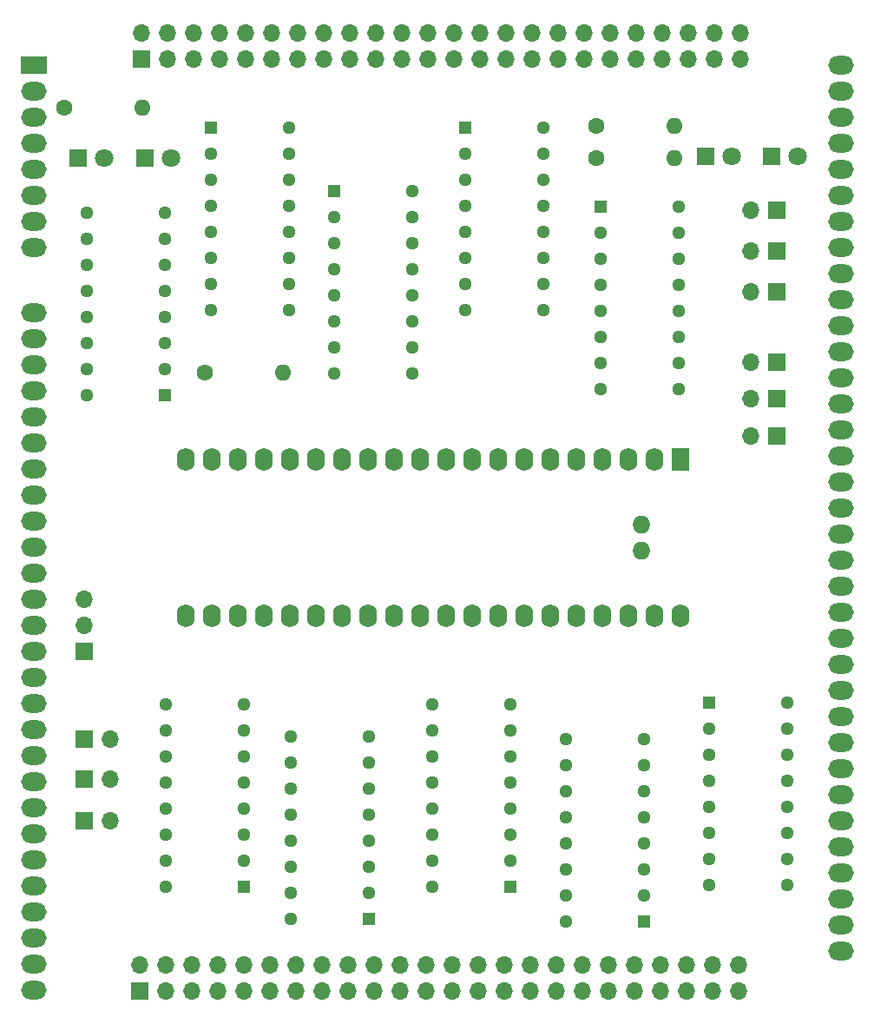
<source format=gbs>
G04 #@! TF.GenerationSoftware,KiCad,Pcbnew,7.0.11-7.0.11~ubuntu22.04.1*
G04 #@! TF.CreationDate,2024-07-25T22:33:36-03:00*
G04 #@! TF.ProjectId,Demux_V02,44656d75-785f-4563-9032-2e6b69636164,v04*
G04 #@! TF.SameCoordinates,Original*
G04 #@! TF.FileFunction,Soldermask,Bot*
G04 #@! TF.FilePolarity,Negative*
%FSLAX46Y46*%
G04 Gerber Fmt 4.6, Leading zero omitted, Abs format (unit mm)*
G04 Created by KiCad (PCBNEW 7.0.11-7.0.11~ubuntu22.04.1) date 2024-07-25 22:33:36*
%MOMM*%
%LPD*%
G01*
G04 APERTURE LIST*
%ADD10R,1.295400X1.295400*%
%ADD11C,1.295400*%
%ADD12R,1.700000X1.700000*%
%ADD13O,1.700000X1.700000*%
%ADD14O,2.500000X1.800000*%
%ADD15C,1.600000*%
%ADD16O,1.600000X1.600000*%
%ADD17R,2.500000X1.800000*%
%ADD18R,1.800000X1.800000*%
%ADD19C,1.800000*%
%ADD20R,1.727200X2.250000*%
%ADD21O,1.727200X2.250000*%
%ADD22O,1.727200X1.727200*%
G04 APERTURE END LIST*
D10*
X160380000Y-70160000D03*
D11*
X160380000Y-72700000D03*
X160380000Y-75240000D03*
X160380000Y-77780000D03*
X160380000Y-80320000D03*
X160380000Y-82860000D03*
X160380000Y-85400000D03*
X160380000Y-87940000D03*
X168000000Y-87940000D03*
X168000000Y-85400000D03*
X168000000Y-82860000D03*
X168000000Y-80320000D03*
X168000000Y-77780000D03*
X168000000Y-75240000D03*
X168000000Y-72700000D03*
X168000000Y-70160000D03*
D12*
X110000000Y-125962900D03*
D13*
X112540000Y-125962900D03*
D12*
X110000000Y-129962900D03*
D13*
X112540000Y-129962900D03*
D10*
X117910000Y-88490000D03*
D11*
X117910000Y-85950000D03*
X117910000Y-83410000D03*
X117910000Y-80870000D03*
X117910000Y-78330000D03*
X117910000Y-75790000D03*
X117910000Y-73250000D03*
X117910000Y-70710000D03*
X110290000Y-70710000D03*
X110290000Y-73250000D03*
X110290000Y-75790000D03*
X110290000Y-78330000D03*
X110290000Y-80870000D03*
X110290000Y-83410000D03*
X110290000Y-85950000D03*
X110290000Y-88490000D03*
D12*
X115580000Y-55740000D03*
D13*
X118120000Y-55740000D03*
X120660000Y-55740000D03*
X123200000Y-55740000D03*
X125740000Y-55740000D03*
X128280000Y-55740000D03*
X130820000Y-55740000D03*
X133360000Y-55740000D03*
X135900000Y-55740000D03*
X138440000Y-55740000D03*
X140980000Y-55740000D03*
X143520000Y-55740000D03*
X146060000Y-55740000D03*
X148600000Y-55740000D03*
X151140000Y-55740000D03*
X153680000Y-55740000D03*
X156220000Y-55740000D03*
X158760000Y-55740000D03*
X161300000Y-55740000D03*
X163840000Y-55740000D03*
X166380000Y-55740000D03*
X168920000Y-55740000D03*
X171460000Y-55740000D03*
X174000000Y-55740000D03*
X115580000Y-53200000D03*
X118120000Y-53200000D03*
X120660000Y-53200000D03*
X123200000Y-53200000D03*
X125740000Y-53200000D03*
X128280000Y-53200000D03*
X130820000Y-53200000D03*
X133360000Y-53200000D03*
X135900000Y-53200000D03*
X138440000Y-53200000D03*
X140980000Y-53200000D03*
X143520000Y-53200000D03*
X146060000Y-53200000D03*
X148600000Y-53200000D03*
X151140000Y-53200000D03*
X153680000Y-53200000D03*
X156220000Y-53200000D03*
X158760000Y-53200000D03*
X161300000Y-53200000D03*
X163840000Y-53200000D03*
X166380000Y-53200000D03*
X168920000Y-53200000D03*
X171460000Y-53200000D03*
X174000000Y-53200000D03*
D12*
X177550000Y-85262900D03*
D13*
X175010000Y-85262900D03*
D12*
X115460000Y-146540000D03*
D13*
X118000000Y-146540000D03*
X120540000Y-146540000D03*
X123080000Y-146540000D03*
X125620000Y-146540000D03*
X128160000Y-146540000D03*
X130700000Y-146540000D03*
X133240000Y-146540000D03*
X135780000Y-146540000D03*
X138320000Y-146540000D03*
X140860000Y-146540000D03*
X143400000Y-146540000D03*
X145940000Y-146540000D03*
X148480000Y-146540000D03*
X151020000Y-146540000D03*
X153560000Y-146540000D03*
X156100000Y-146540000D03*
X158640000Y-146540000D03*
X161180000Y-146540000D03*
X163720000Y-146540000D03*
X166260000Y-146540000D03*
X168800000Y-146540000D03*
X171340000Y-146540000D03*
X173880000Y-146540000D03*
X115460000Y-144000000D03*
X118000000Y-144000000D03*
X120540000Y-144000000D03*
X123080000Y-144000000D03*
X125620000Y-144000000D03*
X128160000Y-144000000D03*
X130700000Y-144000000D03*
X133240000Y-144000000D03*
X135780000Y-144000000D03*
X138320000Y-144000000D03*
X140860000Y-144000000D03*
X143400000Y-144000000D03*
X145940000Y-144000000D03*
X148480000Y-144000000D03*
X151020000Y-144000000D03*
X153560000Y-144000000D03*
X156100000Y-144000000D03*
X158640000Y-144000000D03*
X161180000Y-144000000D03*
X163720000Y-144000000D03*
X166260000Y-144000000D03*
X168800000Y-144000000D03*
X171340000Y-144000000D03*
X173880000Y-144000000D03*
D12*
X177569300Y-78400000D03*
D13*
X175029300Y-78400000D03*
D14*
X183820000Y-56350000D03*
X183820000Y-58890000D03*
X183820000Y-61430000D03*
X183820000Y-63970000D03*
X183820000Y-66510000D03*
X183820000Y-69050000D03*
X183820000Y-71590000D03*
X183820000Y-74130000D03*
X183820000Y-76670000D03*
X183820000Y-79210000D03*
X183820000Y-81750000D03*
X183820000Y-84290000D03*
X183820000Y-86830000D03*
X183820000Y-89370000D03*
X183820000Y-91910000D03*
X183820000Y-94450000D03*
X183820000Y-96990000D03*
X183820000Y-99530000D03*
X183820000Y-102070000D03*
X183820000Y-104610000D03*
X183820000Y-107150000D03*
X183820000Y-109690000D03*
X183820000Y-112230000D03*
X183820000Y-114770000D03*
X183820000Y-117310000D03*
X183820000Y-119850000D03*
X183820000Y-122390000D03*
X183820000Y-124930000D03*
X183820000Y-127470000D03*
X183820000Y-130010000D03*
X183820000Y-132550000D03*
X183820000Y-135090000D03*
X183820000Y-137630000D03*
X183820000Y-140170000D03*
X183820000Y-142710000D03*
D15*
X159940000Y-65350000D03*
D16*
X167560000Y-65350000D03*
D10*
X134380000Y-68610000D03*
D11*
X134380000Y-71150000D03*
X134380000Y-73690000D03*
X134380000Y-76230000D03*
X134380000Y-78770000D03*
X134380000Y-81310000D03*
X134380000Y-83850000D03*
X134380000Y-86390000D03*
X142000000Y-86390000D03*
X142000000Y-83850000D03*
X142000000Y-81310000D03*
X142000000Y-78770000D03*
X142000000Y-76230000D03*
X142000000Y-73690000D03*
X142000000Y-71150000D03*
X142000000Y-68610000D03*
D10*
X122380000Y-62420000D03*
D11*
X122380000Y-64960000D03*
X122380000Y-67500000D03*
X122380000Y-70040000D03*
X122380000Y-72580000D03*
X122380000Y-75120000D03*
X122380000Y-77660000D03*
X122380000Y-80200000D03*
X130000000Y-80200000D03*
X130000000Y-77660000D03*
X130000000Y-75120000D03*
X130000000Y-72580000D03*
X130000000Y-70040000D03*
X130000000Y-67500000D03*
X130000000Y-64960000D03*
X130000000Y-62420000D03*
D12*
X177550000Y-74462900D03*
D13*
X175010000Y-74462900D03*
D10*
X171000000Y-118460000D03*
D11*
X171000000Y-121000000D03*
X171000000Y-123540000D03*
X171000000Y-126080000D03*
X171000000Y-128620000D03*
X171000000Y-131160000D03*
X171000000Y-133700000D03*
X171000000Y-136240000D03*
X178620000Y-136240000D03*
X178620000Y-133700000D03*
X178620000Y-131160000D03*
X178620000Y-128620000D03*
X178620000Y-126080000D03*
X178620000Y-123540000D03*
X178620000Y-121000000D03*
X178620000Y-118460000D03*
D12*
X110000000Y-113500000D03*
D13*
X110000000Y-110960000D03*
X110000000Y-108420000D03*
D10*
X151620000Y-136390000D03*
D11*
X151620000Y-133850000D03*
X151620000Y-131310000D03*
X151620000Y-128770000D03*
X151620000Y-126230000D03*
X151620000Y-123690000D03*
X151620000Y-121150000D03*
X151620000Y-118610000D03*
X144000000Y-118610000D03*
X144000000Y-121150000D03*
X144000000Y-123690000D03*
X144000000Y-126230000D03*
X144000000Y-128770000D03*
X144000000Y-131310000D03*
X144000000Y-133850000D03*
X144000000Y-136390000D03*
D12*
X110000000Y-122000000D03*
D13*
X112540000Y-122000000D03*
D17*
X105080000Y-56350000D03*
D14*
X105080000Y-58890000D03*
X105080000Y-61430000D03*
X105080000Y-63970000D03*
X105080000Y-66510000D03*
X105080000Y-69050000D03*
X105080000Y-71590000D03*
X105080000Y-74130000D03*
X105080000Y-80480000D03*
X105080000Y-83020000D03*
X105080000Y-85560000D03*
X105080000Y-88100000D03*
X105080000Y-90640000D03*
X105080000Y-93180000D03*
X105080000Y-95720000D03*
X105080000Y-98260000D03*
X105080000Y-100800000D03*
X105080000Y-103340000D03*
X105080000Y-105880000D03*
X105080000Y-108420000D03*
X105080000Y-110960000D03*
X105080000Y-113500000D03*
X105080000Y-116040000D03*
X105080000Y-118580000D03*
X105080000Y-121120000D03*
X105080000Y-123660000D03*
X105080000Y-126200000D03*
X105080000Y-128740000D03*
X105080000Y-131280000D03*
X105080000Y-133820000D03*
X105080000Y-136360000D03*
X105080000Y-138900000D03*
X105080000Y-141440000D03*
X105080000Y-143980000D03*
X105080000Y-146520000D03*
D15*
X121740000Y-86300000D03*
D16*
X129360000Y-86300000D03*
D18*
X170610000Y-65250000D03*
D19*
X173150000Y-65250000D03*
D18*
X109410000Y-65350000D03*
D19*
X111950000Y-65350000D03*
D18*
X115925000Y-65350000D03*
D19*
X118465000Y-65350000D03*
D15*
X159940000Y-62250000D03*
D16*
X167560000Y-62250000D03*
D15*
X108090000Y-60450000D03*
D16*
X115710000Y-60450000D03*
D10*
X164620000Y-139780000D03*
D11*
X164620000Y-137240000D03*
X164620000Y-134700000D03*
X164620000Y-132160000D03*
X164620000Y-129620000D03*
X164620000Y-127080000D03*
X164620000Y-124540000D03*
X164620000Y-122000000D03*
X157000000Y-122000000D03*
X157000000Y-124540000D03*
X157000000Y-127080000D03*
X157000000Y-129620000D03*
X157000000Y-132160000D03*
X157000000Y-134700000D03*
X157000000Y-137240000D03*
X157000000Y-139780000D03*
D10*
X147190000Y-62420000D03*
D11*
X147190000Y-64960000D03*
X147190000Y-67500000D03*
X147190000Y-70040000D03*
X147190000Y-72580000D03*
X147190000Y-75120000D03*
X147190000Y-77660000D03*
X147190000Y-80200000D03*
X154810000Y-80200000D03*
X154810000Y-77660000D03*
X154810000Y-75120000D03*
X154810000Y-72580000D03*
X154810000Y-70040000D03*
X154810000Y-67500000D03*
X154810000Y-64960000D03*
X154810000Y-62420000D03*
D12*
X177550000Y-88862900D03*
D13*
X175010000Y-88862900D03*
D20*
X168160800Y-94760000D03*
D21*
X165620800Y-94760000D03*
X163080800Y-94760000D03*
X160540800Y-94760000D03*
X158000800Y-94760000D03*
X155460800Y-94760000D03*
X152920800Y-94760000D03*
X150380800Y-94760000D03*
X147840800Y-94760000D03*
X145300800Y-94760000D03*
X142760800Y-94760000D03*
X140220800Y-94760000D03*
X137680800Y-94760000D03*
X135140800Y-94760000D03*
X132600800Y-94760000D03*
X130060800Y-94760000D03*
X127520800Y-94760000D03*
X124980800Y-94760000D03*
X122440800Y-94760000D03*
X119900800Y-94760000D03*
X119900800Y-110000000D03*
X122440800Y-110000000D03*
X124980800Y-110000000D03*
X127520800Y-110000000D03*
X130060800Y-110000000D03*
X132600800Y-110000000D03*
X135140800Y-110000000D03*
X137680800Y-110000000D03*
X140220800Y-110000000D03*
X142760800Y-110000000D03*
X145300800Y-110000000D03*
X147840800Y-110000000D03*
X150380800Y-110000000D03*
X152920800Y-110000000D03*
X155460800Y-110000000D03*
X158000800Y-110000000D03*
X160540800Y-110000000D03*
X163080800Y-110000000D03*
X165620800Y-110000000D03*
X168211600Y-110000000D03*
D22*
X164350800Y-103660000D03*
X164350800Y-101120000D03*
D12*
X177550000Y-70500000D03*
D13*
X175010000Y-70500000D03*
D18*
X177100000Y-65250000D03*
D19*
X179640000Y-65250000D03*
D12*
X177550000Y-92462900D03*
D13*
X175010000Y-92462900D03*
D10*
X137810000Y-139540000D03*
D11*
X137810000Y-137000000D03*
X137810000Y-134460000D03*
X137810000Y-131920000D03*
X137810000Y-129380000D03*
X137810000Y-126840000D03*
X137810000Y-124300000D03*
X137810000Y-121760000D03*
X130190000Y-121760000D03*
X130190000Y-124300000D03*
X130190000Y-126840000D03*
X130190000Y-129380000D03*
X130190000Y-131920000D03*
X130190000Y-134460000D03*
X130190000Y-137000000D03*
X130190000Y-139540000D03*
D10*
X125620000Y-136390000D03*
D11*
X125620000Y-133850000D03*
X125620000Y-131310000D03*
X125620000Y-128770000D03*
X125620000Y-126230000D03*
X125620000Y-123690000D03*
X125620000Y-121150000D03*
X125620000Y-118610000D03*
X118000000Y-118610000D03*
X118000000Y-121150000D03*
X118000000Y-123690000D03*
X118000000Y-126230000D03*
X118000000Y-128770000D03*
X118000000Y-131310000D03*
X118000000Y-133850000D03*
X118000000Y-136390000D03*
M02*

</source>
